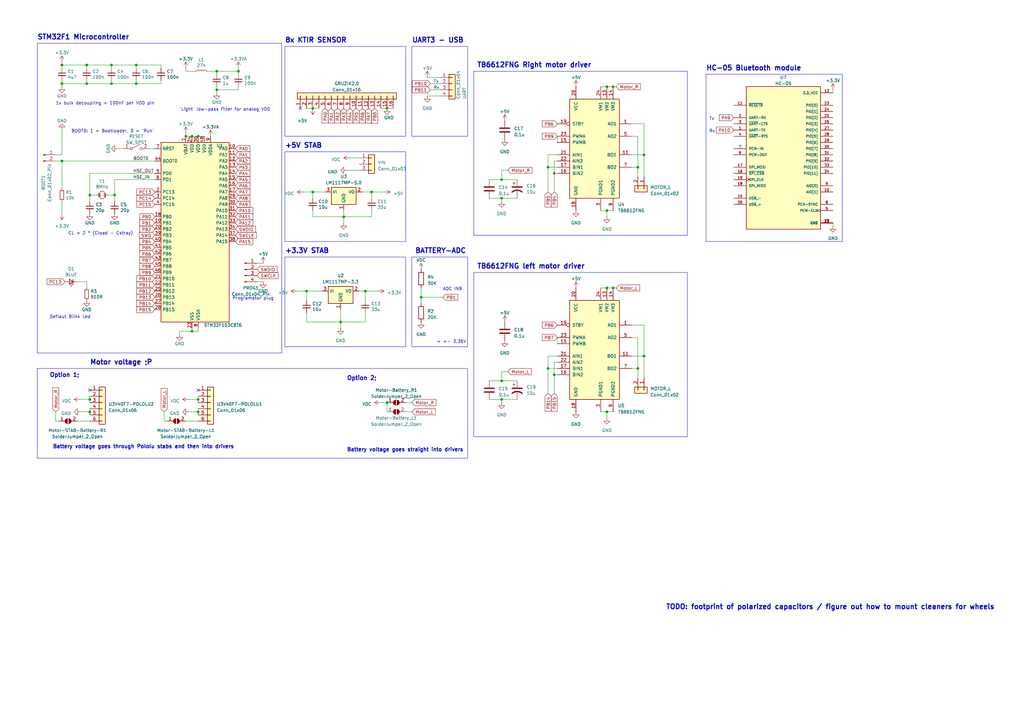
<source format=kicad_sch>
(kicad_sch (version 20230121) (generator eeschema)
  (paper "A3")
  (junction (at 55.88 26.67))
  (junction (at 251.46 35.56))
  (junction (at 36.83 168.91))
  (junction (at 45.72 26.67))
  (junction (at 251.46 118.11))
  (junction (at 224.79 151.13))
  (junction (at 248.92 86.36))
  (junction (at 227.33 71.12))
  (junction (at 45.72 34.29))
  (junction (at 128.27 78.74))
  (junction (at 25.4 34.29))
  (junction (at 248.92 168.91))
  (junction (at 78.74 135.89))
  (junction (at 264.16 63.5))
  (junction (at 248.92 118.11))
  (junction (at 248.92 35.56))
  (junction (at 128.27 44.45))
  (junction (at 88.9 29.21))
  (junction (at 227.33 153.67))
  (junction (at 35.56 26.67))
  (junction (at 261.62 68.58))
  (junction (at 224.79 68.58))
  (junction (at 152.4 78.74))
  (junction (at 81.28 163.83))
  (junction (at 81.28 55.88))
  (junction (at 264.16 146.05))
  (junction (at 158.75 44.45))
  (junction (at 261.62 151.13))
  (junction (at 25.4 66.04))
  (junction (at 139.7 132.08))
  (junction (at 46.99 80.01))
  (junction (at 205.74 81.28))
  (junction (at 25.4 26.67))
  (junction (at 205.74 156.21))
  (junction (at 78.74 55.88))
  (junction (at 158.75 165.1))
  (junction (at 97.79 29.21))
  (junction (at 76.2 55.88))
  (junction (at 81.28 168.91))
  (junction (at 172.72 121.92))
  (junction (at 35.56 34.29))
  (junction (at 36.83 80.01))
  (junction (at 36.83 163.83))
  (junction (at 140.97 88.9))
  (junction (at 149.86 119.38))
  (junction (at 205.74 163.83))
  (junction (at 205.74 73.66))
  (junction (at 125.73 119.38))
  (junction (at 55.88 34.29))
  (junction (at 88.9 36.83))
  (no_connect (at 36.83 160.02))
  (no_connect (at 123.19 44.45))
  (no_connect (at 81.28 160.02))
  (wire (pts (xy 246.38 35.56) (xy 248.92 35.56)))
  (wire (pts (xy 248.92 168.91) (xy 248.92 171.45)))
  (wire (pts (xy 149.86 132.08) (xy 139.7 132.08)))
  (wire (pts (xy 252.73 118.11) (xy 251.46 118.11)))
  (wire (pts (xy 261.62 68.58) (xy 261.62 72.39)))
  (wire (pts (xy 140.97 86.36) (xy 140.97 88.9)))
  (wire (pts (xy 152.4 78.74) (xy 152.4 81.28)))
  (wire (pts (xy 205.74 81.28) (xy 212.09 81.28)))
  (wire (pts (xy 248.92 86.36) (xy 251.46 86.36)))
  (wire (pts (xy 46.99 82.55) (xy 46.99 80.01)))
  (wire (pts (xy 341.63 91.44) (xy 341.63 92.71)))
  (wire (pts (xy 77.47 168.91) (xy 81.28 168.91)))
  (wire (pts (xy 97.79 30.48) (xy 97.79 29.21)))
  (wire (pts (xy 66.04 26.67) (xy 55.88 26.67)))
  (wire (pts (xy 48.26 60.96) (xy 50.8 60.96)))
  (wire (pts (xy 97.79 36.83) (xy 97.79 35.56)))
  (wire (pts (xy 147.32 119.38) (xy 149.86 119.38)))
  (wire (pts (xy 158.75 165.1) (xy 158.75 168.91)))
  (wire (pts (xy 36.83 167.64) (xy 36.83 168.91)))
  (wire (pts (xy 205.74 163.83) (xy 205.74 165.1)))
  (polyline (pts (xy 15.24 17.78) (xy 15.24 144.78)))
  (wire (pts (xy 227.33 148.59) (xy 227.33 153.67)))
  (wire (pts (xy 248.92 35.56) (xy 251.46 35.56)))
  (wire (pts (xy 128.27 88.9) (xy 140.97 88.9)))
  (wire (pts (xy 73.66 135.89) (xy 78.74 135.89)))
  (wire (pts (xy 205.74 81.28) (xy 205.74 82.55)))
  (wire (pts (xy 161.29 44.45) (xy 158.75 44.45)))
  (wire (pts (xy 36.83 71.12) (xy 36.83 80.01)))
  (wire (pts (xy 81.28 134.62) (xy 81.28 135.89)))
  (wire (pts (xy 200.66 163.83) (xy 205.74 163.83)))
  (wire (pts (xy 227.33 66.04) (xy 227.33 71.12)))
  (wire (pts (xy 55.88 26.67) (xy 45.72 26.67)))
  (wire (pts (xy 78.74 135.89) (xy 81.28 135.89)))
  (wire (pts (xy 46.99 73.66) (xy 63.5 73.66)))
  (wire (pts (xy 156.21 165.1) (xy 158.75 165.1)))
  (wire (pts (xy 35.56 115.57) (xy 31.75 115.57)))
  (wire (pts (xy 105.41 107.95) (xy 107.95 107.95)))
  (wire (pts (xy 205.74 152.4) (xy 208.28 152.4)))
  (polyline (pts (xy 15.24 144.78) (xy 115.57 144.78)))
  (wire (pts (xy 224.79 161.29) (xy 224.79 151.13)))
  (wire (pts (xy 88.9 38.1) (xy 88.9 36.83)))
  (wire (pts (xy 259.08 133.35) (xy 264.16 133.35)))
  (wire (pts (xy 25.4 66.04) (xy 25.4 77.47)))
  (wire (pts (xy 125.73 128.27) (xy 125.73 132.08)))
  (wire (pts (xy 156.21 44.45) (xy 158.75 44.45)))
  (wire (pts (xy 31.75 172.72) (xy 36.83 172.72)))
  (wire (pts (xy 172.72 121.92) (xy 172.72 124.46)))
  (wire (pts (xy 125.73 119.38) (xy 125.73 123.19)))
  (wire (pts (xy 97.79 29.21) (xy 88.9 29.21)))
  (wire (pts (xy 36.83 162.56) (xy 36.83 163.83)))
  (wire (pts (xy 36.83 80.01) (xy 39.37 80.01)))
  (polyline (pts (xy 115.57 17.78) (xy 15.24 17.78)))
  (wire (pts (xy 248.92 118.11) (xy 251.46 118.11)))
  (wire (pts (xy 149.86 119.38) (xy 154.94 119.38)))
  (wire (pts (xy 264.16 50.8) (xy 264.16 63.5)))
  (wire (pts (xy 81.28 163.83) (xy 81.28 165.1)))
  (wire (pts (xy 152.4 86.36) (xy 152.4 88.9)))
  (wire (pts (xy 149.86 128.27) (xy 149.86 132.08)))
  (wire (pts (xy 25.4 34.29) (xy 25.4 35.56)))
  (wire (pts (xy 55.88 27.94) (xy 55.88 26.67)))
  (wire (pts (xy 261.62 151.13) (xy 261.62 154.94)))
  (wire (pts (xy 81.28 168.91) (xy 81.28 170.18)))
  (wire (pts (xy 140.97 88.9) (xy 140.97 91.44)))
  (wire (pts (xy 81.28 55.88) (xy 83.82 55.88)))
  (wire (pts (xy 200.66 73.66) (xy 205.74 73.66)))
  (wire (pts (xy 22.86 66.04) (xy 25.4 66.04)))
  (wire (pts (xy 176.53 36.83) (xy 180.34 36.83)))
  (wire (pts (xy 121.92 119.38) (xy 125.73 119.38)))
  (wire (pts (xy 128.27 78.74) (xy 133.35 78.74)))
  (wire (pts (xy 60.96 60.96) (xy 63.5 60.96)))
  (wire (pts (xy 139.7 127) (xy 139.7 132.08)))
  (wire (pts (xy 224.79 68.58) (xy 228.6 68.58)))
  (wire (pts (xy 264.16 133.35) (xy 264.16 146.05)))
  (wire (pts (xy 264.16 63.5) (xy 264.16 72.39)))
  (wire (pts (xy 35.56 26.67) (xy 35.56 27.94)))
  (wire (pts (xy 24.13 172.72) (xy 22.86 172.72)))
  (wire (pts (xy 25.4 25.4) (xy 25.4 26.67)))
  (wire (pts (xy 88.9 30.48) (xy 88.9 29.21)))
  (wire (pts (xy 125.73 132.08) (xy 139.7 132.08)))
  (wire (pts (xy 259.08 68.58) (xy 261.62 68.58)))
  (wire (pts (xy 66.04 27.94) (xy 66.04 26.67)))
  (wire (pts (xy 130.81 44.45) (xy 128.27 44.45)))
  (wire (pts (xy 46.99 80.01) (xy 46.99 73.66)))
  (wire (pts (xy 259.08 63.5) (xy 264.16 63.5)))
  (wire (pts (xy 224.79 63.5) (xy 228.6 63.5)))
  (wire (pts (xy 246.38 86.36) (xy 248.92 86.36)))
  (wire (pts (xy 88.9 36.83) (xy 97.79 36.83)))
  (wire (pts (xy 139.7 132.08) (xy 139.7 134.62)))
  (wire (pts (xy 76.2 54.61) (xy 76.2 55.88)))
  (wire (pts (xy 35.56 34.29) (xy 35.56 33.02)))
  (wire (pts (xy 149.86 119.38) (xy 149.86 123.19)))
  (wire (pts (xy 172.72 118.11) (xy 172.72 121.92)))
  (wire (pts (xy 128.27 78.74) (xy 128.27 81.28)))
  (wire (pts (xy 125.73 119.38) (xy 132.08 119.38)))
  (wire (pts (xy 152.4 88.9) (xy 140.97 88.9)))
  (wire (pts (xy 224.79 151.13) (xy 228.6 151.13)))
  (wire (pts (xy 228.6 138.43) (xy 228.6 140.97)))
  (wire (pts (xy 35.56 26.67) (xy 25.4 26.67)))
  (wire (pts (xy 172.72 121.92) (xy 181.61 121.92)))
  (wire (pts (xy 36.83 168.91) (xy 36.83 170.18)))
  (wire (pts (xy 259.08 55.88) (xy 261.62 55.88)))
  (wire (pts (xy 224.79 68.58) (xy 224.79 63.5)))
  (wire (pts (xy 44.45 80.01) (xy 46.99 80.01)))
  (wire (pts (xy 259.08 138.43) (xy 261.62 138.43)))
  (wire (pts (xy 228.6 148.59) (xy 227.33 148.59)))
  (wire (pts (xy 45.72 34.29) (xy 55.88 34.29)))
  (wire (pts (xy 200.66 81.28) (xy 205.74 81.28)))
  (wire (pts (xy 175.26 39.37) (xy 180.34 39.37)))
  (wire (pts (xy 259.08 50.8) (xy 264.16 50.8)))
  (wire (pts (xy 25.4 53.34) (xy 25.4 63.5)))
  (wire (pts (xy 128.27 86.36) (xy 128.27 88.9)))
  (wire (pts (xy 81.28 162.56) (xy 81.28 163.83)))
  (wire (pts (xy 33.02 168.91) (xy 36.83 168.91)))
  (wire (pts (xy 200.66 156.21) (xy 205.74 156.21)))
  (wire (pts (xy 264.16 146.05) (xy 264.16 154.94)))
  (wire (pts (xy 68.58 172.72) (xy 67.31 172.72)))
  (wire (pts (xy 67.31 168.91) (xy 67.31 172.72)))
  (wire (pts (xy 205.74 69.85) (xy 208.28 69.85)))
  (wire (pts (xy 259.08 151.13) (xy 261.62 151.13)))
  (wire (pts (xy 85.09 29.21) (xy 88.9 29.21)))
  (wire (pts (xy 248.92 168.91) (xy 251.46 168.91)))
  (wire (pts (xy 76.2 172.72) (xy 81.28 172.72)))
  (wire (pts (xy 261.62 55.88) (xy 261.62 68.58)))
  (wire (pts (xy 63.5 66.04) (xy 25.4 66.04)))
  (wire (pts (xy 246.38 118.11) (xy 248.92 118.11)))
  (wire (pts (xy 63.5 71.12) (xy 36.83 71.12)))
  (wire (pts (xy 152.4 78.74) (xy 157.48 78.74)))
  (wire (pts (xy 142.24 69.85) (xy 147.32 69.85)))
  (wire (pts (xy 224.79 78.74) (xy 224.79 68.58)))
  (wire (pts (xy 25.4 63.5) (xy 22.86 63.5)))
  (wire (pts (xy 76.2 55.88) (xy 78.74 55.88)))
  (wire (pts (xy 341.63 36.83) (xy 341.63 38.1)))
  (wire (pts (xy 105.41 115.57) (xy 107.95 115.57)))
  (wire (pts (xy 227.33 71.12) (xy 228.6 71.12)))
  (wire (pts (xy 36.83 163.83) (xy 36.83 165.1)))
  (wire (pts (xy 66.04 33.02) (xy 66.04 34.29)))
  (wire (pts (xy 35.56 118.11) (xy 35.56 115.57)))
  (wire (pts (xy 227.33 153.67) (xy 227.33 161.29)))
  (wire (pts (xy 33.02 163.83) (xy 36.83 163.83)))
  (wire (pts (xy 78.74 135.89) (xy 78.74 134.62)))
  (wire (pts (xy 148.59 78.74) (xy 152.4 78.74)))
  (wire (pts (xy 166.37 168.91) (xy 168.91 168.91)))
  (wire (pts (xy 22.86 168.91) (xy 22.86 172.72)))
  (wire (pts (xy 143.51 64.77) (xy 147.32 64.77)))
  (wire (pts (xy 227.33 71.12) (xy 227.33 78.74)))
  (wire (pts (xy 259.08 146.05) (xy 264.16 146.05)))
  (wire (pts (xy 35.56 34.29) (xy 45.72 34.29)))
  (wire (pts (xy 81.28 167.64) (xy 81.28 168.91)))
  (wire (pts (xy 25.4 26.67) (xy 25.4 27.94)))
  (wire (pts (xy 76.2 29.21) (xy 80.01 29.21)))
  (wire (pts (xy 78.74 55.88) (xy 81.28 55.88)))
  (wire (pts (xy 224.79 151.13) (xy 224.79 146.05)))
  (wire (pts (xy 124.46 78.74) (xy 128.27 78.74)))
  (wire (pts (xy 25.4 87.63) (xy 25.4 82.55)))
  (wire (pts (xy 77.47 163.83) (xy 81.28 163.83)))
  (wire (pts (xy 175.26 31.75) (xy 180.34 31.75)))
  (wire (pts (xy 248.92 86.36) (xy 248.92 88.9)))
  (wire (pts (xy 25.4 33.02) (xy 25.4 34.29)))
  (wire (pts (xy 125.73 44.45) (xy 128.27 44.45)))
  (wire (pts (xy 224.79 146.05) (xy 228.6 146.05)))
  (wire (pts (xy 228.6 66.04) (xy 227.33 66.04)))
  (polyline (pts (xy 115.57 144.78) (xy 115.57 17.78)))
  (wire (pts (xy 228.6 55.88) (xy 228.6 58.42)))
  (wire (pts (xy 205.74 73.66) (xy 212.09 73.66)))
  (wire (pts (xy 76.2 27.94) (xy 76.2 29.21)))
  (wire (pts (xy 88.9 35.56) (xy 88.9 36.83)))
  (wire (pts (xy 227.33 153.67) (xy 228.6 153.67)))
  (wire (pts (xy 205.74 69.85) (xy 205.74 73.66)))
  (wire (pts (xy 205.74 156.21) (xy 212.09 156.21)))
  (wire (pts (xy 252.73 35.56) (xy 251.46 35.56)))
  (wire (pts (xy 45.72 27.94) (xy 45.72 26.67)))
  (wire (pts (xy 205.74 163.83) (xy 212.09 163.83)))
  (wire (pts (xy 166.37 165.1) (xy 168.91 165.1)))
  (wire (pts (xy 55.88 34.29) (xy 66.04 34.29)))
  (wire (pts (xy 36.83 82.55) (xy 36.83 80.01)))
  (wire (pts (xy 45.72 26.67) (xy 35.56 26.67)))
  (wire (pts (xy 205.74 152.4) (xy 205.74 156.21)))
  (wire (pts (xy 45.72 33.02) (xy 45.72 34.29)))
  (wire (pts (xy 97.79 27.94) (xy 97.79 29.21)))
  (wire (pts (xy 246.38 168.91) (xy 248.92 168.91)))
  (wire (pts (xy 73.66 137.16) (xy 73.66 135.89)))
  (wire (pts (xy 25.4 34.29) (xy 35.56 34.29)))
  (wire (pts (xy 261.62 138.43) (xy 261.62 151.13)))
  (wire (pts (xy 176.53 34.29) (xy 180.34 34.29)))
  (wire (pts (xy 55.88 33.02) (xy 55.88 34.29)))
  (rectangle (start 15.24 151.13) (end 191.77 187.96))
  (rectangle (start 194.31 29.21) (end 281.94 96.52))
  (rectangle (start 194.31 111.76) (end 281.94 179.07))
  (rectangle (start 116.84 105.41) (end 166.37 142.24))
  (rectangle (start 116.84 19.05) (end 166.37 55.88))
  (rectangle (start 116.84 62.23) (end 166.37 99.06))
  (rectangle (start 168.91 19.05) (end 191.77 55.88))
  (rectangle (start 168.91 105.41) (end 191.77 142.24))
  (rectangle (start 289.56 30.48) (end 345.44 99.06))
  (text "Tx" (at 290.83 49.53 0) (effects (font (size 1.27 1.27)) (justify left bottom)))
  (text "Option 1;" (at 20.32 154.94 0) (effects (font (size 1.7 1.7) (thickness 0.34) bold) (justify left bottom)))
  (text "+3.3V STAB" (at 116.84 104.14 0) (effects (font (size 2.0066 2.0066) (thickness 0.4013) bold) (justify left bottom)))
  (text "Programator plug" (at 95.25 123.19 0) (effects (font (size 1.27 1.27)) (justify left bottom)))
  (text "Rx" (at 290.83 54.61 0) (effects (font (size 1.27 1.27)) (justify left bottom)))
  (text "Tx" (at 177.8 34.29 0) (effects (font (size 1.27 1.27)) (justify left bottom)))
  (text "Motor voltage ;P" (at 36.83 149.86 0) (effects (font (size 2.0066 2.0066) (thickness 0.4013) bold) (justify left bottom)))
  (text "BATTERY-ADC" (at 170.18 104.14 0) (effects (font (size 2.0066 2.0066) (thickness 0.4013) bold) (justify left bottom)))
  (text "TB6612FNG Right motor driver" (at 195.58 27.94 0) (effects (font (size 2.0066 2.0066) (thickness 0.4013) bold) (justify left bottom)))
  (text "8x KTIR SENSOR" (at 116.84 17.78 0) (effects (font (size 2.0066 2.0066) (thickness 0.4013) bold) (justify left bottom)))
  (text "Battery voltage goes through Pololu stabs and then into drivers" (at 21.59 184.15 0) (effects (font (size 1.5 1.5) (thickness 0.3) bold) (justify left bottom)))
  (text "'Light' low-pass filter for analog VDD" (at 73.66 45.72 0) (effects (font (size 1.27 1.27)) (justify left bottom)))
  (text "1x bulk decoupling + 100nF per VDD pin" (at 22.86 43.18 0) (effects (font (size 1.27 1.27)) (justify left bottom)))
  (text "Rx" (at 177.8 36.83 0) (effects (font (size 1.27 1.27)) (justify left bottom)))
  (text "Deflaut Blink Led" (at 20.32 130.81 0) (effects (font (size 1.27 1.27)) (justify left bottom)))
  (text "STM32F1 Microcontroller" (at 15.24 16.51 0) (effects (font (size 2.0066 2.0066) (thickness 0.4013) bold) (justify left bottom)))
  (text "HC-05 Bluetooth module" (at 289.56 29.21 0) (effects (font (size 2.0066 2.0066) (thickness 0.4013) bold) (justify left bottom)))
  (text "+5V STAB" (at 116.84 60.96 0) (effects (font (size 2.0066 2.0066) (thickness 0.4013) bold) (justify left bottom)))
  (text "BOOT0: 1 = Bootloader, 0 = 'Run'" (at 29.21 54.61 0) (effects (font (size 1.27 1.27)) (justify left bottom)))
  (text "ADC IN9 " (at 181.61 119.38 0) (effects (font (size 1.27 1.27)) (justify left bottom)))
  (text "CL = 2 * (Cload - Cstray)" (at 27.94 96.52 0) (effects (font (size 1.27 1.27)) (justify left bottom)))
  (text "TB6612FNG left motor driver" (at 195.58 110.49 0) (effects (font (size 2.0066 2.0066) (thickness 0.4013) bold) (justify left bottom)))
  (text "TODO: footprint of polarized capacitors / figure out how to mount cleaners for wheels" (at 273.05 250.19 0) (effects (font (size 2.0066 2.0066) (thickness 0.4013) bold) (justify left bottom)))
  (text "Battery voltage goes straight into drivers" (at 142.24 185.42 0) (effects (font (size 1.5 1.5) (thickness 0.3) bold) (justify left bottom)))
  (text "= +- 3,36V" (at 179.07 140.97 0) (effects (font (size 1.27 1.27)) (justify left bottom)))
  (text "UART3 - USB" (at 168.91 17.78 0) (effects (font (size 2.0066 2.0066) (thickness 0.4013) bold) (justify left bottom)))
  (text "Option 2;" (at 142.24 156.21 0) (effects (font (size 1.7 1.7) (thickness 0.34) bold) (justify left bottom)))
  (label "BOOT0" (at 54.61 66.04 0))
  (label "HSE_OUT" (at 54.61 71.12 0))
  (label "HSE_IN" (at 54.61 73.66 0))
  (global_label "PB10" (shape input) (at 176.53 34.29 180) (property "Intersheetrefs" "${INTERSHEET_REFS}" (effects hide)))
  (global_label "PB9" (shape input) (at 228.6 55.88 180) (property "Intersheetrefs" "${INTERSHEET_REFS}" (effects hide)))
  (global_label "PA11" (shape input) (at 96.52 88.9 0) (property "Intersheetrefs" "${INTERSHEET_REFS}" (effects hide)))
  (global_label "PA3" (shape input) (at 140.97 44.45 270) (property "Intersheetrefs" "${INTERSHEET_REFS}" (effects hide)))
  (global_label "PB0" (shape input) (at 63.5 88.9 180) (property "Intersheetrefs" "${INTERSHEET_REFS}" (effects hide)))
  (global_label "PA0" (shape input) (at 96.52 60.96 0) (property "Intersheetrefs" "${INTERSHEET_REFS}" (effects hide)))
  (global_label "PB5" (shape input) (at 63.5 101.6 180) (property "Intersheetrefs" "${INTERSHEET_REFS}" (effects hide)))
  (global_label "SWDIO" (shape input) (at 105.41 110.49 0) (property "Intersheetrefs" "${INTERSHEET_REFS}" (effects hide)))
  (global_label "PB6" (shape input) (at 63.5 104.14 180) (property "Intersheetrefs" "${INTERSHEET_REFS}" (effects hide)))
  (global_label "PA15" (shape input) (at 96.52 99.06 0) (property "Intersheetrefs" "${INTERSHEET_REFS}" (effects hide)))
  (global_label "PA8" (shape input) (at 96.52 81.28 0) (property "Intersheetrefs" "${INTERSHEET_REFS}" (effects hide)))
  (global_label "PB2" (shape input) (at 63.5 93.98 180) (property "Intersheetrefs" "${INTERSHEET_REFS}" (effects hide)))
  (global_label "SWO" (shape input) (at 63.5 96.52 180) (property "Intersheetrefs" "${INTERSHEET_REFS}" (effects hide)))
  (global_label "PA9" (shape input) (at 300.99 48.26 180) (property "Intersheetrefs" "${INTERSHEET_REFS}" (effects hide)))
  (global_label "PA1" (shape input) (at 96.52 63.5 0) (property "Intersheetrefs" "${INTERSHEET_REFS}" (effects hide)))
  (global_label "PB6" (shape input) (at 228.6 50.8 180) (property "Intersheetrefs" "${INTERSHEET_REFS}" (effects hide)))
  (global_label "Motor_R" (shape input) (at 208.28 69.85 0) (property "Intersheetrefs" "${INTERSHEET_REFS}" (effects hide)))
  (global_label "PA10" (shape input) (at 96.52 86.36 0) (property "Intersheetrefs" "${INTERSHEET_REFS}" (effects hide)))
  (global_label "Motor_L" (shape input) (at 252.73 118.11 0) (property "Intersheetrefs" "${INTERSHEET_REFS}" (effects hide)))
  (global_label "PA5" (shape input) (at 146.05 44.45 270) (property "Intersheetrefs" "${INTERSHEET_REFS}" (effects hide)))
  (global_label "PA2" (shape input) (at 138.43 44.45 270) (property "Intersheetrefs" "${INTERSHEET_REFS}" (effects hide)))
  (global_label "PB13" (shape input) (at 63.5 121.92 180) (property "Intersheetrefs" "${INTERSHEET_REFS}" (effects hide)))
  (global_label "SWDIO" (shape input) (at 96.52 93.98 0) (property "Intersheetrefs" "${INTERSHEET_REFS}" (effects hide)))
  (global_label "PB7" (shape input) (at 63.5 106.68 180) (property "Intersheetrefs" "${INTERSHEET_REFS}" (effects hide)))
  (global_label "PB1" (shape input) (at 181.61 121.92 0) (property "Intersheetrefs" "${INTERSHEET_REFS}" (effects hide)))
  (global_label "PB14" (shape input) (at 63.5 124.46 180) (property "Intersheetrefs" "${INTERSHEET_REFS}" (effects hide)))
  (global_label "PB1" (shape input) (at 63.5 91.44 180) (property "Intersheetrefs" "${INTERSHEET_REFS}" (effects hide)))
  (global_label "PC14" (shape input) (at 63.5 81.28 180) (property "Intersheetrefs" "${INTERSHEET_REFS}" (effects hide)))
  (global_label "PB4" (shape input) (at 63.5 99.06 180) (property "Intersheetrefs" "${INTERSHEET_REFS}" (effects hide)))
  (global_label "PB12" (shape input) (at 63.5 119.38 180) (property "Intersheetrefs" "${INTERSHEET_REFS}" (effects hide)))
  (global_label "PB11" (shape input) (at 176.53 36.83 180) (property "Intersheetrefs" "${INTERSHEET_REFS}" (effects hide)))
  (global_label "PB6" (shape input) (at 228.6 133.35 180) (property "Intersheetrefs" "${INTERSHEET_REFS}" (effects hide)))
  (global_label "PA10" (shape input) (at 300.99 53.34 180) (property "Intersheetrefs" "${INTERSHEET_REFS}" (effects hide)))
  (global_label "PA7" (shape input) (at 151.13 44.45 270) (property "Intersheetrefs" "${INTERSHEET_REFS}" (effects hide)))
  (global_label "Motor_R" (shape input) (at 168.91 165.1 0) (property "Intersheetrefs" "${INTERSHEET_REFS}" (effects hide)))
  (global_label "PB10" (shape input) (at 63.5 114.3 180) (property "Intersheetrefs" "${INTERSHEET_REFS}" (effects hide)))
  (global_label "PA0" (shape input) (at 133.35 44.45 270) (property "Intersheetrefs" "${INTERSHEET_REFS}" (effects hide)))
  (global_label "PB4" (shape input) (at 227.33 78.74 270) (property "Intersheetrefs" "${INTERSHEET_REFS}" (effects hide)))
  (global_label "SWCLK" (shape input) (at 105.41 113.03 0) (property "Intersheetrefs" "${INTERSHEET_REFS}" (effects hide)))
  (global_label "PB11" (shape input) (at 63.5 116.84 180) (property "Intersheetrefs" "${INTERSHEET_REFS}" (effects hide)))
  (global_label "PB5" (shape input) (at 224.79 78.74 270) (property "Intersheetrefs" "${INTERSHEET_REFS}" (effects hide)))
  (global_label "Motor_R" (shape input) (at 252.73 35.56 0) (property "Intersheetrefs" "${INTERSHEET_REFS}" (effects hide)))
  (global_label "PA9" (shape input) (at 96.52 83.82 0) (property "Intersheetrefs" "${INTERSHEET_REFS}" (effects hide)))
  (global_label "PC13" (shape input) (at 63.5 78.74 180) (property "Intersheetrefs" "${INTERSHEET_REFS}" (effects hide)))
  (global_label "PB7" (shape input) (at 228.6 138.43 180) (property "Intersheetrefs" "${INTERSHEET_REFS}" (effects hide)))
  (global_label "Motor_L" (shape input) (at 67.31 168.91 90) (property "Intersheetrefs" "${INTERSHEET_REFS}" (effects hide)))
  (global_label "SWCLK" (shape input) (at 96.52 96.52 0) (property "Intersheetrefs" "${INTERSHEET_REFS}" (effects hide)))
  (global_label "Motor_R" (shape input) (at 22.86 168.91 90) (property "Intersheetrefs" "${INTERSHEET_REFS}" (effects hide)))
  (global_label "PB14" (shape input) (at 224.79 161.29 270) (property "Intersheetrefs" "${INTERSHEET_REFS}" (effects hide)))
  (global_label "PA5" (shape input) (at 96.52 73.66 0) (property "Intersheetrefs" "${INTERSHEET_REFS}" (effects hide)))
  (global_label "PA7" (shape input) (at 96.52 78.74 0) (property "Intersheetrefs" "${INTERSHEET_REFS}" (effects hide)))
  (global_label "PC13" (shape input) (at 26.67 115.57 180) (property "Intersheetrefs" "${INTERSHEET_REFS}" (effects hide)))
  (global_label "PA6" (shape input) (at 148.59 44.45 270) (property "Intersheetrefs" "${INTERSHEET_REFS}" (effects hide)))
  (global_label "Motor_L" (shape input) (at 168.91 168.91 0) (property "Intersheetrefs" "${INTERSHEET_REFS}" (effects hide)))
  (global_label "PB8" (shape input) (at 63.5 109.22 180) (property "Intersheetrefs" "${INTERSHEET_REFS}" (effects hide)))
  (global_label "PA4" (shape input) (at 96.52 71.12 0) (property "Intersheetrefs" "${INTERSHEET_REFS}" (effects hide)))
  (global_label "Motor_L" (shape input) (at 208.28 152.4 0) (property "Intersheetrefs" "${INTERSHEET_REFS}" (effects hide)))
  (global_label "PB15" (shape input) (at 227.33 161.29 270) (property "Intersheetrefs" "${INTERSHEET_REFS}" (effects hide)))
  (global_label "PA4" (shape input) (at 143.51 44.45 270) (property "Intersheetrefs" "${INTERSHEET_REFS}" (effects hide)))
  (global_label "PA2" (shape input) (at 96.52 66.04 0) (property "Intersheetrefs" "${INTERSHEET_REFS}" (effects hide)))
  (global_label "PA6" (shape input) (at 96.52 76.2 0) (property "Intersheetrefs" "${INTERSHEET_REFS}" (effects hide)))
  (global_label "PC15" (shape input) (at 63.5 83.82 180) (property "Intersheetrefs" "${INTERSHEET_REFS}" (effects hide)))
  (global_label "PB9" (shape input) (at 63.5 111.76 180) (property "Intersheetrefs" "${INTERSHEET_REFS}" (effects hide)))
  (global_label "PA3" (shape input) (at 96.52 68.58 0) (property "Intersheetrefs" "${INTERSHEET_REFS}" (effects hide)))
  (global_label "PB0" (shape input) (at 153.67 44.45 270) (property "Intersheetrefs" "${INTERSHEET_REFS}" (effects hide)))
  (global_label "PA1" (shape input) (at 135.89 44.45 270) (property "Intersheetrefs" "${INTERSHEET_REFS}" (effects hide)))
  (global_label "PB15" (shape input) (at 63.5 127 180) (property "Intersheetrefs" "${INTERSHEET_REFS}" (effects hide)))
  (global_label "PA12" (shape input) (at 96.52 91.44 0) (property "Intersheetrefs" "${INTERSHEET_REFS}" (effects hide)))
  (symbol (lib_id "Device:C") (at 207.01 135.89 0) (unit 1)
    (property "Reference" "C18" (at 210.82 135.255 0) (effects (justify left)))
    (property "Value" "0.1u" (at 210.82 137.795 0) (effects (justify left)))
    (property "Footprint" "Capacitor_SMD:C_0603_1608Metric" (effects hide))
  )
  (symbol (lib_id "power:GND") (at 248.92 171.45 0) (unit 1)
    (property "Reference" "#PWR018" (effects hide))
    (property "Value" "GND" (at 248.92 176.53 0))
  )
  (symbol (lib_id "Device:C_Small") (at 88.9 33.02 0) (unit 1)
    (property "Reference" "C8" (at 91.2368 31.8516 0) (effects (justify left)))
    (property "Value" "1u" (at 91.2368 34.163 0) (effects (justify left)))
    (property "Footprint" "Capacitor_SMD:C_0603_1608Metric" (effects hide))
    (property "LCSC Part #" "C52923" (effects hide))
  )
  (symbol (lib_id "power:VDC") (at 124.46 78.74 90) (unit 1)
    (property "Reference" "#PWR024" (effects hide))
    (property "Value" "VDC" (at 120.65 79.375 90) (effects (justify left)))
  )
  (symbol (lib_id "power:+3.3V") (at 25.4 87.63 180) (unit 1)
    (property "Reference" "#PWR02" (effects hide))
    (property "Value" "+3.3V" (at 25.4 92.71 0))
  )
  (symbol (lib_id "Device:C_Small") (at 125.73 125.73 0) (unit 1)
    (property "Reference" "C12" (at 128.0668 124.5616 0) (effects (justify left)))
    (property "Value" "10u" (at 128.0668 126.873 0) (effects (justify left)))
    (property "Footprint" "Capacitor_SMD:C_0603_1608Metric" (effects hide))
    (property "LCSC Part #" "C1525" (effects hide))
  )
  (symbol (lib_id "Connector_Generic:Conn_01x02") (at 264.16 77.47 270) (unit 1)
    (property "Reference" "MOTOR_L" (at 266.7 76.835 90) (effects (justify left)))
    (property "Value" "Conn_01x02" (at 266.7 79.375 90) (effects (justify left)))
    (property "Footprint" "Connector_PinHeader_2.54mm:PinHeader_1x02_P2.54mm_Vertical" (effects hide))
  )
  (symbol (lib_id "power:VDC") (at 143.51 64.77 90) (unit 1)
    (property "Reference" "#PWR025" (effects hide))
    (property "Value" "VDC" (at 139.7 65.405 90) (effects (justify left)))
  )
  (symbol (lib_id "power:+3.3V") (at 76.2 27.94 0) (unit 1)
    (property "Reference" "#PWR010" (effects hide))
    (property "Value" "+3.3V" (at 76.2 24.13 0))
  )
  (symbol (lib_id "Switch:SW_SPST") (at 55.88 60.96 0) (unit 1)
    (property "Reference" "RESET" (at 55.88 55.88 0))
    (property "Value" "SW_SPST" (at 55.88 58.42 0))
    (property "Footprint" "Button_Switch_SMD:SW_SPST_CK_RS282G05A3" (effects hide))
  )
  (symbol (lib_id "power:GND") (at 158.75 44.45 0) (unit 1)
    (property "Reference" "#PWR053" (effects hide))
    (property "Value" "GND" (at 157.48 48.26 0) (effects (justify left)))
  )
  (symbol (lib_id "MCU_ST_STM32F1:STM32F103C8Tx") (at 78.74 96.52 0) (unit 1)
    (property "Reference" "U1" (at 90.17 59.69 0))
    (property "Value" "STM32F103C8T6" (at 91.44 133.35 0))
    (property "Footprint" "Package_QFP:LQFP-48_7x7mm_P0.5mm" (effects hide))
    (property "Datasheet" "http://www.st.com/st-web-ui/static/active/en/resource/technical/document/datasheet/CD00161566.pdf" (effects hide))
    (property "LCSC Part #" "C8734" (effects hide))
  )
  (symbol (lib_id "power:+5V") (at 236.22 118.11 0) (unit 1)
    (property "Reference" "#PWR040" (effects hide))
    (property "Value" "+5V" (at 236.22 114.3 0))
  )
  (symbol (lib_id "Device:C_Small") (at 25.4 30.48 0) (unit 1)
    (property "Reference" "C1" (at 27.7368 29.3116 0) (effects (justify left)))
    (property "Value" "4u7" (at 27.7368 31.623 0) (effects (justify left)))
    (property "Footprint" "Capacitor_SMD:C_0603_1608Metric" (effects hide))
    (property "LCSC Part #" "C19666" (effects hide))
  )
  (symbol (lib_id "Connector_Generic:Conn_01x06") (at 41.91 165.1 0) (unit 1)
    (property "Reference" "U3V40F7-POLOLU2" (at 44.45 165.735 0) (effects (justify left)))
    (property "Value" "Conn_01x06" (at 44.45 168.275 0) (effects (justify left)))
    (property "Footprint" "Connector_PinSocket_2.54mm:PinSocket_1x06_P2.54mm_Vertical" (effects hide))
  )
  (symbol (lib_id "power:GND") (at 48.26 60.96 270) (unit 1)
    (property "Reference" "#PWR09" (effects hide))
    (property "Value" "GND" (at 44.45 60.96 0))
  )
  (symbol (lib_id "power:GND") (at 142.24 69.85 270) (unit 1)
    (property "Reference" "#PWR026" (effects hide))
    (property "Value" "GND" (at 138.43 70.485 90) (effects (justify right)))
  )
  (symbol (lib_id "Jumper:SolderJumper_2_Open") (at 162.56 168.91 0) (unit 1)
    (property "Reference" "Motor-Battery_L1" (at 162.56 171.45 0))
    (property "Value" "SolderJumper_2_Open" (at 162.56 173.99 0))
    (property "Footprint" "Jumper:SolderJumper-2_P1.3mm_Open_RoundedPad1.0x1.5mm" (effects hide))
  )
  (symbol (lib_id "Device:C_Small") (at 128.27 83.82 0) (unit 1)
    (property "Reference" "C10" (at 130.6068 82.6516 0) (effects (justify left)))
    (property "Value" "10u" (at 130.6068 84.963 0) (effects (justify left)))
    (property "Footprint" "Capacitor_SMD:C_0603_1608Metric" (effects hide))
    (property "LCSC Part #" "C1525" (effects hide))
  )
  (symbol (lib_id "HC-05:HC-05") (at 321.31 66.04 0) (unit 1)
    (property "Reference" "U7" (at 321.31 31.75 0))
    (property "Value" "HC-05" (at 321.31 34.29 0))
    (property "Footprint" "HC-05_module:XCVR_HC-05" (effects hide))
    (property "MF" "ITead Studio" (effects hide))
    (property "Description" "\nBluetooth to Serial Port Module\n" (effects hide))
    (property "Package" "Module ITead Studio" (effects hide))
    (property "Price" "None" (effects hide))
    (property "STANDARD" "Manufacturer Recommendations" (effects hide))
    (property "PARTREV" "v1.0" (effects hide))
    (property "SnapEDA_Link" "https://www.snapeda.com/parts/HC-05/ITead+Studio/view-part/?ref=snap" (effects hide))
    (property "MP" "HC-05" (effects hide))
    (property "Availability" "Not in stock" (effects hide))
    (property "Check_prices" "https://www.snapeda.com/parts/HC-05/ITead+Studio/view-part/?ref=eda" (effects hide))
  )
  (symbol (lib_id "Device:C_Small") (at 45.72 30.48 0) (unit 1)
    (property "Reference" "C4" (at 48.0568 29.3116 0) (effects (justify left)))
    (property "Value" "100n" (at 48.0568 31.623 0) (effects (justify left)))
    (property "Footprint" "Capacitor_SMD:C_0603_1608Metric" (effects hide))
    (property "LCSC Part #" "C1525" (effects hide))
  )
  (symbol (lib_id "power:GND") (at 107.95 115.57 0) (unit 1)
    (property "Reference" "#PWR016" (effects hide))
    (property "Value" "GND" (at 107.95 119.38 0))
  )
  (symbol (lib_id "Jumper:SolderJumper_2_Open") (at 162.56 165.1 0) (unit 1)
    (property "Reference" "Motor-Battery_R1" (at 162.56 160.02 0))
    (property "Value" "SolderJumper_2_Open" (at 162.56 162.56 0))
    (property "Footprint" "Jumper:SolderJumper-2_P1.3mm_Open_RoundedPad1.0x1.5mm" (effects hide))
  )
  (symbol (lib_id "Device:R_Small") (at 25.4 80.01 0) (unit 1)
    (property "Reference" "R1" (at 26.8986 78.8416 0) (effects (justify left)))
    (property "Value" "10k" (at 26.8986 81.153 0) (effects (justify left)))
    (property "Footprint" "Resistor_SMD:R_0603_1608Metric" (effects hide))
    (property "LCSC Part #" "C25744" (effects hide))
  )
  (symbol (lib_id "power:GND") (at 140.97 91.44 0) (unit 1)
    (property "Reference" "#PWR019" (effects hide))
    (property "Value" "GND" (at 140.97 96.52 0))
  )
  (symbol (lib_id "Device:C_Polarized_US") (at 212.09 160.02 0) (unit 1)
    (property "Reference" "C19" (at 215.9 158.75 0) (effects (justify left)))
    (property "Value" "10u" (at 215.9 161.29 0) (effects (justify left)))
    (property "Footprint" "Capacitor_SMD:C_0603_1608Metric" (effects hide))
  )
  (symbol (lib_id "power:+3.3VA") (at 86.36 55.88 0) (unit 1)
    (property "Reference" "#PWR013" (effects hide))
    (property "Value" "+3.3VA" (at 86.36 52.07 0))
  )
  (symbol (lib_id "power:+5V") (at 121.92 119.38 90) (unit 1)
    (property "Reference" "#PWR023" (effects hide))
    (property "Value" "+5V" (at 118.11 120.015 90) (effects (justify left)))
  )
  (symbol (lib_id "power:GND") (at 46.99 87.63 0) (unit 1)
    (property "Reference" "#PWR06" (effects hide))
    (property "Value" "GND" (at 46.99 91.44 0))
  )
  (symbol (lib_id "power:GND") (at 36.83 87.63 0) (unit 1)
    (property "Reference" "#PWR05" (effects hide))
    (property "Value" "GND" (at 36.83 91.44 0))
  )
  (symbol (lib_id "power:+3.3V") (at 76.2 54.61 0) (unit 1)
    (property "Reference" "#PWR07" (effects hide))
    (property "Value" "+3.3V" (at 76.2 50.8 0))
  )
  (symbol (lib_id "power:GND") (at 25.4 35.56 0) (unit 1)
    (property "Reference" "#PWR04" (effects hide))
    (property "Value" "GND" (at 25.4 39.37 0))
  )
  (symbol (lib_id "power:VDC") (at 77.47 163.83 90) (unit 1)
    (property "Reference" "#PWR030" (effects hide))
    (property "Value" "VDC" (at 73.66 164.465 90) (effects (justify left)))
  )
  (symbol (lib_id "power:+5V") (at 107.95 107.95 0) (unit 1)
    (property "Reference" "#PWR015" (effects hide))
    (property "Value" "+5V" (at 107.95 104.14 0))
  )
  (symbol (lib_id "Device:C_Small") (at 152.4 83.82 0) (unit 1)
    (property "Reference" "C11" (at 154.7368 82.6516 0) (effects (justify left)))
    (property "Value" "33u" (at 154.7368 84.963 0) (effects (justify left)))
    (property "Footprint" "Capacitor_SMD:C_0603_1608Metric" (effects hide))
    (property "LCSC Part #" "C1525" (effects hide))
  )
  (symbol (lib_id "Device:R_Small") (at 35.56 120.65 0) (unit 1)
    (property "Reference" "R3" (at 37.0586 119.4816 0) (effects (justify left)))
    (property "Value" "510R" (at 37.0586 121.793 0) (effects (justify left)))
    (property "Footprint" "Resistor_SMD:R_0603_1608Metric" (effects hide))
    (property "LCSC Part #" "C22843" (effects hide))
  )
  (symbol (lib_id "power:GND") (at 25.4 53.34 180) (unit 1)
    (property "Reference" "#PWR01" (effects hide))
    (property "Value" "GND" (at 25.4 49.53 0))
  )
  (symbol (lib_id "power:GND") (at 175.26 39.37 0) (unit 1)
    (property "Reference" "#PWR043" (effects hide))
    (property "Value" "GND" (at 175.26 44.45 0))
  )
  (symbol (lib_id "power:VDC") (at 33.02 163.83 90) (unit 1)
    (property "Reference" "#PWR029" (effects hide))
    (property "Value" "VDC" (at 29.21 164.465 90) (effects (justify left)))
  )
  (symbol (lib_id "Device:C_Small") (at 66.04 30.48 0) (unit 1)
    (property "Reference" "C7" (at 68.3768 29.3116 0) (effects (justify left)))
    (property "Value" "100n" (at 68.3768 31.623 0) (effects (justify left)))
    (property "Footprint" "Capacitor_SMD:C_0603_1608Metric" (effects hide))
    (property "LCSC Part #" "C1525" (effects hide))
  )
  (symbol (lib_id "power:GND") (at 207.01 57.15 0) (unit 1)
    (property "Reference" "#PWR034" (effects hide))
    (property "Value" "GND" (at 207.01 62.23 0))
  )
  (symbol (lib_id "power:+5V") (at 207.01 132.08 0) (unit 1)
    (property "Reference" "#PWR038" (effects hide))
    (property "Value" "+5V" (at 207.01 128.27 0))
  )
  (symbol (lib_id "Device:C_Small") (at 46.99 85.09 0) (unit 1)
    (property "Reference" "C5" (at 49.3268 83.9216 0) (effects (justify left)))
    (property "Value" "20p" (at 49.3268 86.233 0) (effects (justify left)))
    (property "Footprint" "Capacitor_SMD:C_0603_1608Metric" (effects hide))
    (property "LCSC Part #" "C1570" (effects hide))
  )
  (symbol (lib_id "Device:C") (at 200.66 77.47 0) (unit 1)
    (property "Reference" "C14" (at 204.47 76.835 0) (effects (justify left)))
    (property "Value" "0.1u" (at 204.47 79.375 0) (effects (justify left)))
    (property "Footprint" "Capacitor_SMD:C_0603_1608Metric" (effects hide))
  )
  (symbol (lib_id "Jumper:SolderJumper_2_Open") (at 27.94 172.72 0) (unit 1)
    (property "Reference" "Motor-STAB-Battery-R1" (at 31.75 176.53 0))
    (property "Value" "SolderJumper_2_Open" (at 31.75 179.07 0))
    (property "Footprint" "Jumper:SolderJumper-2_P1.3mm_Open_RoundedPad1.0x1.5mm" (effects hide))
  )
  (symbol (lib_id "power:VDC") (at 172.72 110.49 0) (unit 1)
    (property "Reference" "#PWR047" (effects hide))
    (property "Value" "VDC" (at 172.72 106.68 0))
  )
  (symbol (lib_id "power:+3.3V") (at 25.4 25.4 0) (unit 1)
    (property "Reference" "#PWR03" (effects hide))
    (property "Value" "+3.3V" (at 25.4 21.59 0))
  )
  (symbol (lib_id "power:GND") (at 236.22 168.91 0) (unit 1)
    (property "Reference" "#PWR041" (effects hide))
    (property "Value" "GND" (at 236.22 173.99 0))
  )
  (symbol (lib_id "Jumper:SolderJumper_2_Open") (at 72.39 172.72 0) (unit 1)
    (property "Reference" "Motor-STAB-Battery-L1" (at 76.2 176.53 0))
    (property "Value" "SolderJumper_2_Open" (at 76.2 179.07 0))
    (property "Footprint" "Jumper:SolderJumper-2_P1.3mm_Open_RoundedPad1.0x1.5mm" (effects hide))
  )
  (symbol (lib_id "power:+3.3VA") (at 97.79 27.94 0) (unit 1)
    (property "Reference" "#PWR012" (effects hide))
    (property "Value" "+3.3VA" (at 97.79 24.13 0))
  )
  (symbol (lib_id "Connector:Conn_01x04_Pin") (at 100.33 110.49 0) (unit 1)
    (property "Reference" "PROG1" (at 102.87 118.11 0))
    (property "Value" "Conn_01x04_Pin" (at 102.87 120.65 0))
    (property "Footprint" "Connector_PinHeader_2.54mm:PinHeader_1x04_P2.54mm_Vertical" (effects hide))
  )
  (symbol (lib_id "Device:Crystal_Small") (at 41.91 80.01 0) (unit 1)
    (property "Reference" "Y1" (at 41.91 74.295 0))
    (property "Value" "8MHz" (at 41.91 76.6064 0))
    (property "Footprint" "Crystal:Crystal_HC49-4H_Vertical" (effects hide))
    (property "LCSC Part #" "C115962" (effects hide))
  )
  (symbol (lib_id "power:+5V") (at 128.27 44.45 180) (unit 1)
    (property "Reference" "#PWR048" (effects hide))
    (property "Value" "+5V" (at 121.92 49.53 0) (effects (justify right)))
  )
  (symbol (lib_id "power:GND") (at 205.74 165.1 0) (unit 1)
    (property "Reference" "#PWR037" (effects hide))
    (property "Value" "GND" (at 205.74 170.18 0))
  )
  (symbol (lib_id "power:GND") (at 248.92 88.9 0) (unit 1)
    (property "Reference" "#PWR017" (effects hide))
    (property "Value" "GND" (at 248.92 93.98 0))
  )
  (symbol (lib_id "Connector_Generic:Conn_01x06") (at 86.36 165.1 0) (unit 1)
    (property "Reference" "U3V40F7-POLOLU1" (at 88.9 165.735 0) (effects (justify left)))
    (property "Value" "Conn_01x06" (at 88.9 168.275 0) (effects (justify left)))
    (property "Footprint" "Connector_PinSocket_2.54mm:PinSocket_1x06_P2.54mm_Vertical" (effects hide))
  )
  (symbol (lib_id "Device:C") (at 207.01 53.34 0) (unit 1)
    (property "Reference" "C17" (at 210.82 52.705 0) (effects (justify left)))
    (property "Value" "0.1u" (at 210.82 55.245 0) (effects (justify left)))
    (property "Footprint" "Capacitor_SMD:C_0603_1608Metric" (effects hide))
  )
  (symbol (lib_id "power:GND") (at 77.47 168.91 270) (unit 1)
    (property "Reference" "#PWR031" (effects hide))
    (property "Value" "GND" (at 73.66 169.545 90) (effects (justify right)))
  )
  (symbol (lib_id "power:GND") (at 88.9 38.1 0) (unit 1)
    (property "Reference" "#PWR011" (effects hide))
    (property "Value" "GND" (at 88.9 41.91 0))
  )
  (symbol (lib_id "power:+3.3V") (at 341.63 36.83 0) (unit 1)
    (property "Reference" "#PWR055" (effects hide))
    (property "Value" "+3.3V" (at 341.63 33.02 0))
  )
  (symbol (lib_id "Device:C_Polarized_US") (at 212.09 77.47 0) (unit 1)
    (property "Reference" "C16" (at 215.9 76.2 0) (effects (justify left)))
    (property "Value" "10u" (at 215.9 78.74 0) (effects (justify left)))
    (property "Footprint" "Capacitor_SMD:C_0603_1608Metric" (effects hide))
  )
  (symbol (lib_id "Device:C_Small") (at 149.86 125.73 0) (unit 1)
    (property "Reference" "C13" (at 152.1968 124.5616 0) (effects (justify left)))
    (property "Value" "33u" (at 152.1968 126.873 0) (effects (justify left)))
    (property "Footprint" "Capacitor_SMD:C_0603_1608Metric" (effects hide))
    (property "LCSC Part #" "C1525" (effects hide))
  )
  (symbol (lib_id "Connector_Generic:Conn_01x16") (at 140.97 39.37 90) (unit 1)
    (property "Reference" "GRUZIK2.0" (at 142.24 34.29 90))
    (property "Value" "Conn_01x16" (at 142.24 36.83 90))
    (property "Footprint" "Connector_FFC-FPC:Molex_200528-0160_1x16-1MP_P1.00mm_Horizontal" (effects hide))
  )
  (symbol (lib_id "Device:C_Small") (at 55.88 30.48 0) (unit 1)
    (property "Reference" "C6" (at 58.2168 29.3116 0) (effects (justify left)))
    (property "Value" "100n" (at 58.2168 31.623 0) (effects (justify left)))
    (property "Footprint" "Capacitor_SMD:C_0603_1608Metric" (effects hide))
    (property "LCSC Part #" "C1525" (effects hide))
  )
  (symbol (lib_id "power:GND") (at 73.66 137.16 0) (unit 1)
    (property "Reference" "#PWR08" (effects hide))
    (property "Value" "GND" (at 73.66 140.97 0))
  )
  (symbol (lib_id "power:+5V") (at 175.26 31.75 0) (unit 1)
    (property "Reference" "#PWR042" (effects hide))
    (property "Value" "+5V" (at 175.26 27.94 0))
  )
  (symbol (lib_id "Device:R") (at 172.72 114.3 180) (unit 1)
    (property "Reference" "R4" (at 175.26 113.665 0) (effects (justify right)))
    (property "Value" "30K" (at 175.26 116.205 0) (effects (justify right)))
    (property "Footprint" "Resistor_SMD:R_0603_1608Metric" (effects hide))
  )
  (symbol (lib_id "power:+3.3V") (at 154.94 119.38 270) (unit 1)
    (property "Reference" "#PWR021" (effects hide))
    (property "Value" "+3.3V" (at 158.75 120.015 90) (effects (justify left)))
  )
  (symbol (lib_id "Device:R") (at 172.72 128.27 0) (unit 1)
    (property "Reference" "R2" (at 175.26 127.635 0) (effects (justify left)))
    (property "Value" "20K" (at 175.26 130.175 0) (effects (justify left)))
    (property "Footprint" "Resistor_SMD:R_0603_1608Metric" (effects hide))
  )
  (symbol (lib_id "power:GND") (at 341.63 92.71 0) (unit 1)
    (property "Reference" "#PWR054" (effects hide))
    (property "Value" "GND" (at 341.63 97.79 0))
  )
  (symbol (lib_id "Connector_Generic:Conn_01x03") (at 152.4 67.31 0) (unit 1)
    (property "Reference" "VIN" (at 154.94 66.675 0) (effects (justify left)))
    (property "Value" "Conn_01x03" (at 154.94 69.215 0) (effects (justify left)))
    (property "Footprint" "Connector_JST:JST_XH_B3B-XH-A_1x03_P2.50mm_Vertical" (effects hide))
  )
  (symbol (lib_id "Driver_Motor:TB6612FNG") (at 243.84 143.51 0) (unit 1)
    (property "Reference" "U5" (at 253.4159 166.37 0) (effects (justify left)))
    (property "Value" "TB6612FNG" (at 253.4159 168.91 0) (effects (justify left)))
    (property "Footprint" "Package_SO:SSOP-24_5.3x8.2mm_P0.65mm" (effects hide))
    (property "Datasheet" "https://toshiba.semicon-storage.com/us/product/linear/motordriver/detail.TB6612FNG.html" (effects hide))
  )
  (symbol (lib_id "power:GND") (at 207.01 139.7 0) (unit 1)
    (property "Reference" "#PWR039" (effects hide))
    (property "Value" "GND" (at 207.01 144.78 0))
  )
  (symbol (lib_id "power:GND") (at 236.22 86.36 0) (unit 1)
    (property "Reference" "#PWR036" (effects hide))
    (property "Value" "GND" (at 236.22 91.44 0))
  )
  (symbol (lib_id "power:+5V") (at 207.01 49.53 0) (unit 1)
    (property "Reference" "#PWR033" (effects hide))
    (property "Value" "+5V" (at 207.01 45.72 0))
  )
  (symbol (lib_id "power:+5V") (at 236.22 35.56 0) (unit 1)
    (property "Reference" "#PWR035" (effects hide))
    (property "Value" "+5V" (at 236.22 31.75 0))
  )
  (symbol (lib_id "Regulator_Linear:LM1117MP-3.3") (at 139.7 119.38 0) (unit 1)
    (property "Reference" "U2" (at 139.7 113.03 0))
    (property "Value" "LM1117MP-3.3" (at 139.7 115.57 0))
    (property "Footprint" "Package_TO_SOT_SMD:SOT-223-3_TabPin2" (effects hide))
    (property "Datasheet" "http://www.ti.com/lit/ds/symlink/lm1117.pdf" (effects hide))
  )
  (symbol (lib_id "Device:C_Small") (at 36.83 85.09 0) (unit 1)
    (property "Reference" "C3" (at 39.1668 83.9216 0) (effects (justify left)))
    (property "Value" "20p" (at 39.1668 86.233 0) (effects (justify left)))
    (property "Footprint" "Capacitor_SMD:C_0603_1608Metric" (effects hide))
    (property "LCSC Part #" "C1570" (effects hide))
  )
  (symbol (lib_id "Connector_Generic:Conn_01x04") (at 185.42 34.29 0) (unit 1)
    (property "Reference" "UART" (at 190.5 40.64 90) (effects (justify left)))
    (property "Value" "Conn_01x04" (at 187.96 40.64 90) (effects (justify left)))
    (property "Footprint" "Connector_PinHeader_2.54mm:PinHeader_1x04_P2.54mm_Vertical" (effects hide))
  )
  (symbol (lib_id "power:GND") (at 205.74 82.55 0) (unit 1)
    (property "Reference" "#PWR032" (effects hide))
    (property "Value" "GND" (at 205.74 87.63 0))
  )
  (symbol (lib_id "Device:LED_Small") (at 29.21 115.57 180) (unit 1)
    (property "Reference" "D1" (at 29.21 110.3122 0))
    (property "Value" "BLUE" (at 29.21 112.6236 0))
    (property "Footprint" "LED_SMD:LED_0603_1608Metric" (effects hide))
    (property "LCSC Part #" "C72041" (effects hide))
  )
  (symbol (lib_id "Device:C_Small") (at 35.56 30.48 0) (unit 1)
    (property "Reference" "C2" (at 37.8968 29.3116 0) (effects (justify left)))
    (property "Value" "100n" (at 37.8968 31.623 0) (effects (justify left)))
    (property "Footprint" "Capacitor_SMD:C_0603_1608Metric" (effects hide))
    (property "LCSC Part #" "C1525" (effects hide))
  )
  (symbol (lib_id "Regulator_Linear:LM1117MP-5.0") (at 140.97 78.74 0) (unit 1)
    (property "Reference" "U3" (at 140.97 72.39 0))
    (property "Value" "LM1117MP-5.0" (at 140.97 74.93 0))
    (property "Footprint" "Package_TO_SOT_SMD:SOT-223-3_TabPin2" (effects hide))
    (property "Datasheet" "http://www.ti.com/lit/ds/symlink/lm1117.pdf" (effects hide))
  )
  (symbol (lib_id "Driver_Motor:TB6612FNG") (at 243.84 60.96 0) (unit 1)
    (property "Reference" "U4" (at 253.4159 83.82 0) (effects (justify left)))
    (property "Value" "TB6612FNG" (at 253.4159 86.36 0) (effects (justify left)))
    (property "Footprint" "Package_SO:SSOP-24_5.3x8.2mm_P0.65mm" (effects hide))
    (property "Datasheet" "https://toshiba.semicon-storage.com/us/product/linear/motordriver/detail.TB6612FNG.html" (effects hide))
  )
  (symbol (lib_id "power:GND") (at 33.02 168.91 270) (unit 1)
    (property "Reference" "#PWR027" (effects hide))
    (property "Value" "GND" (at 29.21 169.545 90) (effects (justify right)))
  )
  (symbol (lib_id "power:GND") (at 139.7 134.62 0) (unit 1)
    (property "Reference" "#PWR020" (effects hide))
    (property "Value" "GND" (at 139.7 139.7 0))
  )
  (symbol (lib_id "power:+5V") (at 157.48 78.74 270) (unit 1)
    (property "Reference" "#PWR022" (effects hide))
    (property "Value" "+5V" (at 161.29 79.375 90) (effects (justify left)))
  )
  (symbol (lib_id "power:VDC") (at 156.21 165.1 90) (unit 1)
    (property "Reference" "#PWR028" (effects hide))
    (property "Value" "VDC" (at 152.4 165.735 90) (effects (justify left)))
  )
  (symbol (lib_id "power:GND") (at 172.72 132.08 0) (unit 1)
    (property "Reference" "#PWR046" (effects hide))
    (property "Value" "GND" (at 172.72 137.16 0))
  )
  (symbol (lib_id "Device:C_Small") (at 97.79 33.02 0) (unit 1)
    (property "Reference" "C9" (at 100.1268 31.8516 0) (effects (justify left)))
    (property "Value" "100n" (at 100.1268 34.163 0) (effects (justify left)))
    (property "Footprint" "Capacitor_SMD:C_0603_1608Metric" (effects hide))
    (property "LCSC Part #" "C1525" (effects hide))
  )
  (symbol (lib_id "Device:C") (at 200.66 160.02 0) (unit 1)
    (property "Reference" "C15" (at 204.47 159.385 0) (effects (justify left)))
    (property "Value" "0.1u" (at 204.47 161.925 0) (effects (justify left)))
    (property "Footprint" "Capacitor_SMD:C_0603_1608Metric" (effects hide))
  )
  (symbol (lib_id "Device:L_Small") (at 82.55 29.21 90) (unit 1)
    (property "Reference" "L1" (at 82.55 24.511 90))
    (property "Value" "27n" (at 82.55 26.8224 90))
    (property "Footprint" "Inductor_SMD:L_0603_1608Metric" (effects hide))
    (property "LCSC Part #" "C18830" (effects hide))
  )
  (symbol (lib_id "Connector_Generic:Conn_01x02") (at 264.16 160.02 270) (unit 1)
    (property "Reference" "MOTOR_L" (at 266.7 159.385 90) (effects (justify left)))
    (property "Value" "Conn_01x02" (at 266.7 161.925 90) (effects (justify left)))
    (property "Footprint" "Connector_PinHeader_2.54mm:PinHeader_1x02_P2.54mm_Vertical" (effects hide))
  )
  (symbol (lib_id "power:GND") (at 35.56 123.19 0) (unit 1)
    (property "Reference" "#PWR014" (effects hide))
    (property "Value" "GND" (at 35.56 127 0))
  )
  (symbol (lib_id "Connector:Conn_01x02_Pin") (at 17.78 63.5 0) (unit 1)
    (property "Reference" "BOOT1" (at 17.78 74.93 90))
    (property "Value" "Conn_01x02_Pin" (at 20.32 74.93 90))
    (property "Footprint" "Connector_PinHeader_2.54mm:PinHeader_1x02_P2.54mm_Vertical" (effects hide))
  )
)
</source>
